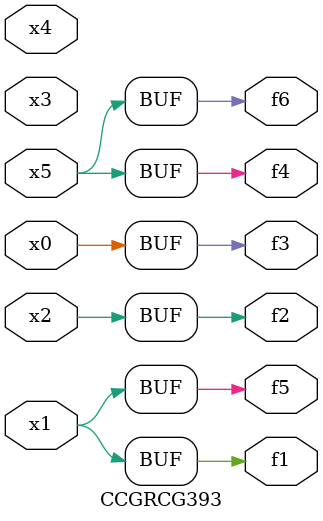
<source format=v>
module CCGRCG393(
	input x0, x1, x2, x3, x4, x5,
	output f1, f2, f3, f4, f5, f6
);
	assign f1 = x1;
	assign f2 = x2;
	assign f3 = x0;
	assign f4 = x5;
	assign f5 = x1;
	assign f6 = x5;
endmodule

</source>
